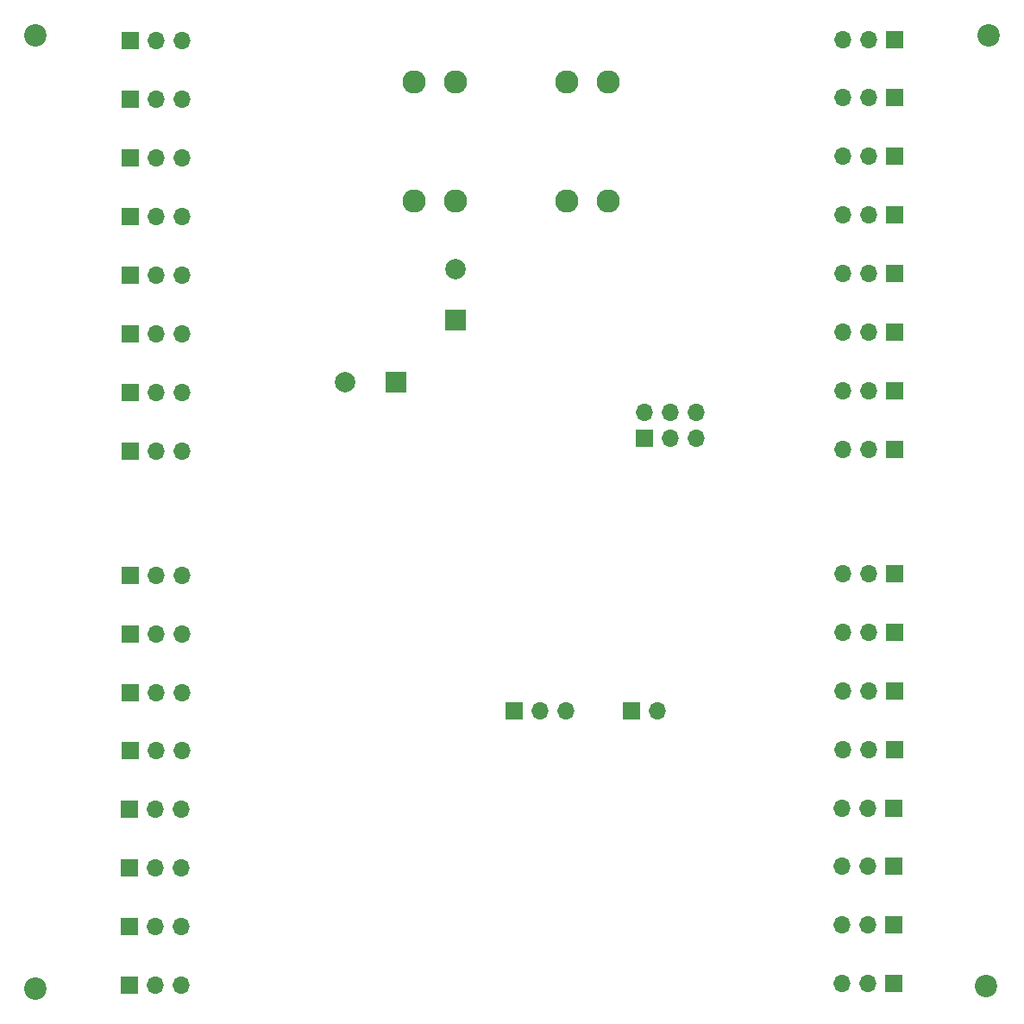
<source format=gbr>
%TF.GenerationSoftware,KiCad,Pcbnew,7.0.7+dfsg-1*%
%TF.CreationDate,2023-09-07T23:36:34-05:00*%
%TF.ProjectId,unified_control_board,756e6966-6965-4645-9f63-6f6e74726f6c,rev?*%
%TF.SameCoordinates,Original*%
%TF.FileFunction,Soldermask,Bot*%
%TF.FilePolarity,Negative*%
%FSLAX46Y46*%
G04 Gerber Fmt 4.6, Leading zero omitted, Abs format (unit mm)*
G04 Created by KiCad (PCBNEW 7.0.7+dfsg-1) date 2023-09-07 23:36:34*
%MOMM*%
%LPD*%
G01*
G04 APERTURE LIST*
%ADD10R,1.700000X1.700000*%
%ADD11O,1.700000X1.700000*%
%ADD12C,2.200000*%
%ADD13C,2.280000*%
%ADD14R,2.000000X2.000000*%
%ADD15C,2.000000*%
G04 APERTURE END LIST*
D10*
%TO.C,J13*%
X41225000Y-106690000D03*
D11*
X43765000Y-106690000D03*
X46305000Y-106690000D03*
%TD*%
D10*
%TO.C,J15*%
X41225000Y-118190000D03*
D11*
X43765000Y-118190000D03*
X46305000Y-118190000D03*
%TD*%
D10*
%TO.C,J32*%
X116300000Y-31100000D03*
D11*
X113760000Y-31100000D03*
X111220000Y-31100000D03*
%TD*%
D10*
%TO.C,J34*%
X91725000Y-70275000D03*
D11*
X91725000Y-67735000D03*
X94265000Y-70275000D03*
X94265000Y-67735000D03*
X96805000Y-70275000D03*
X96805000Y-67735000D03*
%TD*%
D10*
%TO.C,J35*%
X78975000Y-97000000D03*
D11*
X81515000Y-97000000D03*
X84055000Y-97000000D03*
%TD*%
D10*
%TO.C,J7*%
X41250000Y-65750000D03*
D11*
X43790000Y-65750000D03*
X46330000Y-65750000D03*
%TD*%
D10*
%TO.C,J20*%
X116250000Y-106540000D03*
D11*
X113710000Y-106540000D03*
X111170000Y-106540000D03*
%TD*%
D10*
%TO.C,J31*%
X116300000Y-36850000D03*
D11*
X113760000Y-36850000D03*
X111220000Y-36850000D03*
%TD*%
D10*
%TO.C,J22*%
X116275000Y-95040000D03*
D11*
X113735000Y-95040000D03*
X111195000Y-95040000D03*
%TD*%
D10*
%TO.C,J14*%
X41225000Y-112440000D03*
D11*
X43765000Y-112440000D03*
X46305000Y-112440000D03*
%TD*%
D12*
%TO.C,H3*%
X125500000Y-30750000D03*
%TD*%
D10*
%TO.C,J10*%
X41250000Y-89440000D03*
D11*
X43790000Y-89440000D03*
X46330000Y-89440000D03*
%TD*%
D10*
%TO.C,J25*%
X116275000Y-71350000D03*
D11*
X113735000Y-71350000D03*
X111195000Y-71350000D03*
%TD*%
D10*
%TO.C,J1*%
X41275000Y-31250000D03*
D11*
X43815000Y-31250000D03*
X46355000Y-31250000D03*
%TD*%
D10*
%TO.C,J23*%
X116275000Y-89290000D03*
D11*
X113735000Y-89290000D03*
X111195000Y-89290000D03*
%TD*%
D13*
%TO.C,J33*%
X69175000Y-46970000D03*
X73175000Y-46970000D03*
X69175000Y-35290000D03*
X73175000Y-35290000D03*
X84175000Y-46970000D03*
X84175000Y-35290000D03*
X88175000Y-46970000D03*
X88175000Y-35290000D03*
%TD*%
D10*
%TO.C,J8*%
X41250000Y-71500000D03*
D11*
X43790000Y-71500000D03*
X46330000Y-71500000D03*
%TD*%
D10*
%TO.C,J28*%
X116275000Y-54100000D03*
D11*
X113735000Y-54100000D03*
X111195000Y-54100000D03*
%TD*%
D12*
%TO.C,H4*%
X32000000Y-30750000D03*
%TD*%
D10*
%TO.C,J3*%
X41275000Y-42750000D03*
D11*
X43815000Y-42750000D03*
X46355000Y-42750000D03*
%TD*%
D12*
%TO.C,H2*%
X32000000Y-124250000D03*
%TD*%
D14*
%TO.C,C8*%
X73250000Y-58617677D03*
D15*
X73250000Y-53617677D03*
%TD*%
D10*
%TO.C,J26*%
X116275000Y-65600000D03*
D11*
X113735000Y-65600000D03*
X111195000Y-65600000D03*
%TD*%
D10*
%TO.C,J17*%
X116250000Y-123790000D03*
D11*
X113710000Y-123790000D03*
X111170000Y-123790000D03*
%TD*%
D10*
%TO.C,J29*%
X116300000Y-48350000D03*
D11*
X113760000Y-48350000D03*
X111220000Y-48350000D03*
%TD*%
D10*
%TO.C,J6*%
X41250000Y-60000000D03*
D11*
X43790000Y-60000000D03*
X46330000Y-60000000D03*
%TD*%
D10*
%TO.C,J12*%
X41250000Y-100940000D03*
D11*
X43790000Y-100940000D03*
X46330000Y-100940000D03*
%TD*%
D10*
%TO.C,J4*%
X41275000Y-48500000D03*
D11*
X43815000Y-48500000D03*
X46355000Y-48500000D03*
%TD*%
D10*
%TO.C,J9*%
X41250000Y-83690000D03*
D11*
X43790000Y-83690000D03*
X46330000Y-83690000D03*
%TD*%
D10*
%TO.C,J27*%
X116275000Y-59850000D03*
D11*
X113735000Y-59850000D03*
X111195000Y-59850000D03*
%TD*%
D10*
%TO.C,J11*%
X41250000Y-95190000D03*
D11*
X43790000Y-95190000D03*
X46330000Y-95190000D03*
%TD*%
D10*
%TO.C,J21*%
X116275000Y-100790000D03*
D11*
X113735000Y-100790000D03*
X111195000Y-100790000D03*
%TD*%
D10*
%TO.C,J16*%
X41225000Y-123940000D03*
D11*
X43765000Y-123940000D03*
X46305000Y-123940000D03*
%TD*%
D10*
%TO.C,J19*%
X116250000Y-112290000D03*
D11*
X113710000Y-112290000D03*
X111170000Y-112290000D03*
%TD*%
D10*
%TO.C,J2*%
X41275000Y-37000000D03*
D11*
X43815000Y-37000000D03*
X46355000Y-37000000D03*
%TD*%
D12*
%TO.C,H1*%
X125250000Y-124000000D03*
%TD*%
D10*
%TO.C,J24*%
X116275000Y-83540000D03*
D11*
X113735000Y-83540000D03*
X111195000Y-83540000D03*
%TD*%
D15*
%TO.C,C7*%
X62367677Y-64750000D03*
D14*
X67367677Y-64750000D03*
%TD*%
D10*
%TO.C,J5*%
X41250000Y-54250000D03*
D11*
X43790000Y-54250000D03*
X46330000Y-54250000D03*
%TD*%
D10*
%TO.C,J30*%
X116300000Y-42600000D03*
D11*
X113760000Y-42600000D03*
X111220000Y-42600000D03*
%TD*%
D10*
%TO.C,J36*%
X90475000Y-97000000D03*
D11*
X93015000Y-97000000D03*
%TD*%
D10*
%TO.C,J18*%
X116250000Y-118040000D03*
D11*
X113710000Y-118040000D03*
X111170000Y-118040000D03*
%TD*%
M02*

</source>
